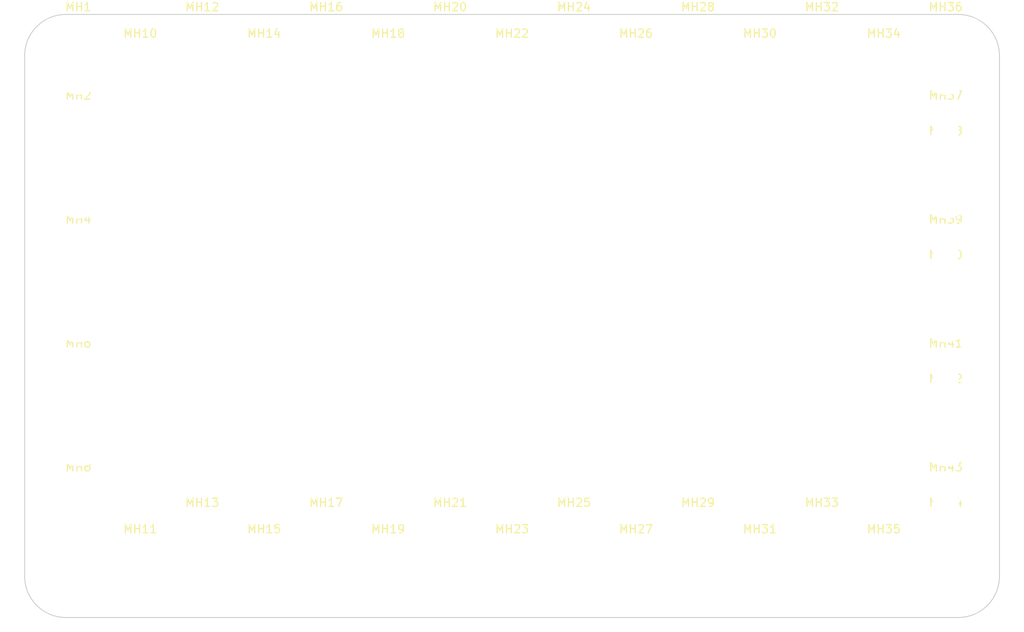
<source format=kicad_pcb>
(kicad_pcb (version 20221018) (generator pcbnew)
  (layers (0 "F.Cu" signal) (31 "B.Cu" signal) (34 "B.Paste" user) (35 "F.Paste" user) (36 "B.SilkS" user "B.Silkscreen") (37 "F.SilkS" user "F.Silkscreen") (38 "B.Mask" user) (39 "F.Mask" user) (44 "Edge.Cuts" user))
  (net 0 "")
  (footprint "MountingHole_6.4mm_M6" (layer "F.Cu") (at -52.5 -30.0)
    (fp_text reference "MH1" (at 0 -7.4) (layer "F.SilkS"))
    (fp_text value "MountingHole_6.4mm_M6")
    (pad "" np_thru_hole circle (at 0 0) (size 6.4 6.4) (drill 6.4) (layers *.Cu *.Mask))
  )
  (footprint "MountingHole_3.2mm_M3" (layer "F.Cu") (at -52.5 -22.5)
    (fp_text reference "MH2" (at 0 -4.2) (layer "F.SilkS"))
    (fp_text value "MountingHole_3.2mm_M3")
    (pad "" np_thru_hole circle (at 0 0) (size 3.2 3.2) (drill 3.2) (layers *.Cu *.Mask))
  )
  (footprint "MountingHole_6.4mm_M6" (layer "F.Cu") (at -52.5 -15.0)
    (fp_text reference "MH3" (at 0 -7.4) (layer "F.SilkS"))
    (fp_text value "MountingHole_6.4mm_M6")
    (pad "" np_thru_hole circle (at 0 0) (size 6.4 6.4) (drill 6.4) (layers *.Cu *.Mask))
  )
  (footprint "MountingHole_3.2mm_M3" (layer "F.Cu") (at -52.5 -7.5)
    (fp_text reference "MH4" (at 0 -4.2) (layer "F.SilkS"))
    (fp_text value "MountingHole_3.2mm_M3")
    (pad "" np_thru_hole circle (at 0 0) (size 3.2 3.2) (drill 3.2) (layers *.Cu *.Mask))
  )
  (footprint "MountingHole_6.4mm_M6" (layer "F.Cu") (at -52.5 0.0)
    (fp_text reference "MH5" (at 0 -7.4) (layer "F.SilkS"))
    (fp_text value "MountingHole_6.4mm_M6")
    (pad "" np_thru_hole circle (at 0 0) (size 6.4 6.4) (drill 6.4) (layers *.Cu *.Mask))
  )
  (footprint "MountingHole_3.2mm_M3" (layer "F.Cu") (at -52.5 7.5)
    (fp_text reference "MH6" (at 0 -4.2) (layer "F.SilkS"))
    (fp_text value "MountingHole_3.2mm_M3")
    (pad "" np_thru_hole circle (at 0 0) (size 3.2 3.2) (drill 3.2) (layers *.Cu *.Mask))
  )
  (footprint "MountingHole_6.4mm_M6" (layer "F.Cu") (at -52.5 15.0)
    (fp_text reference "MH7" (at 0 -7.4) (layer "F.SilkS"))
    (fp_text value "MountingHole_6.4mm_M6")
    (pad "" np_thru_hole circle (at 0 0) (size 6.4 6.4) (drill 6.4) (layers *.Cu *.Mask))
  )
  (footprint "MountingHole_3.2mm_M3" (layer "F.Cu") (at -52.5 22.5)
    (fp_text reference "MH8" (at 0 -4.2) (layer "F.SilkS"))
    (fp_text value "MountingHole_3.2mm_M3")
    (pad "" np_thru_hole circle (at 0 0) (size 3.2 3.2) (drill 3.2) (layers *.Cu *.Mask))
  )
  (footprint "MountingHole_6.4mm_M6" (layer "F.Cu") (at -52.5 30.0)
    (fp_text reference "MH9" (at 0 -7.4) (layer "F.SilkS"))
    (fp_text value "MountingHole_6.4mm_M6")
    (pad "" np_thru_hole circle (at 0 0) (size 6.4 6.4) (drill 6.4) (layers *.Cu *.Mask))
  )
  (footprint "MountingHole_3.2mm_M3" (layer "F.Cu") (at -45.0 -30.0)
    (fp_text reference "MH10" (at 0 -4.2) (layer "F.SilkS"))
    (fp_text value "MountingHole_3.2mm_M3")
    (pad "" np_thru_hole circle (at 0 0) (size 3.2 3.2) (drill 3.2) (layers *.Cu *.Mask))
  )
  (footprint "MountingHole_3.2mm_M3" (layer "F.Cu") (at -45.0 30.0)
    (fp_text reference "MH11" (at 0 -4.2) (layer "F.SilkS"))
    (fp_text value "MountingHole_3.2mm_M3")
    (pad "" np_thru_hole circle (at 0 0) (size 3.2 3.2) (drill 3.2) (layers *.Cu *.Mask))
  )
  (footprint "MountingHole_6.4mm_M6" (layer "F.Cu") (at -37.5 -30.0)
    (fp_text reference "MH12" (at 0 -7.4) (layer "F.SilkS"))
    (fp_text value "MountingHole_6.4mm_M6")
    (pad "" np_thru_hole circle (at 0 0) (size 6.4 6.4) (drill 6.4) (layers *.Cu *.Mask))
  )
  (footprint "MountingHole_6.4mm_M6" (layer "F.Cu") (at -37.5 30.0)
    (fp_text reference "MH13" (at 0 -7.4) (layer "F.SilkS"))
    (fp_text value "MountingHole_6.4mm_M6")
    (pad "" np_thru_hole circle (at 0 0) (size 6.4 6.4) (drill 6.4) (layers *.Cu *.Mask))
  )
  (footprint "MountingHole_3.2mm_M3" (layer "F.Cu") (at -30.0 -30.0)
    (fp_text reference "MH14" (at 0 -4.2) (layer "F.SilkS"))
    (fp_text value "MountingHole_3.2mm_M3")
    (pad "" np_thru_hole circle (at 0 0) (size 3.2 3.2) (drill 3.2) (layers *.Cu *.Mask))
  )
  (footprint "MountingHole_3.2mm_M3" (layer "F.Cu") (at -30.0 30.0)
    (fp_text reference "MH15" (at 0 -4.2) (layer "F.SilkS"))
    (fp_text value "MountingHole_3.2mm_M3")
    (pad "" np_thru_hole circle (at 0 0) (size 3.2 3.2) (drill 3.2) (layers *.Cu *.Mask))
  )
  (footprint "MountingHole_6.4mm_M6" (layer "F.Cu") (at -22.5 -30.0)
    (fp_text reference "MH16" (at 0 -7.4) (layer "F.SilkS"))
    (fp_text value "MountingHole_6.4mm_M6")
    (pad "" np_thru_hole circle (at 0 0) (size 6.4 6.4) (drill 6.4) (layers *.Cu *.Mask))
  )
  (footprint "MountingHole_6.4mm_M6" (layer "F.Cu") (at -22.5 30.0)
    (fp_text reference "MH17" (at 0 -7.4) (layer "F.SilkS"))
    (fp_text value "MountingHole_6.4mm_M6")
    (pad "" np_thru_hole circle (at 0 0) (size 6.4 6.4) (drill 6.4) (layers *.Cu *.Mask))
  )
  (footprint "MountingHole_3.2mm_M3" (layer "F.Cu") (at -15.0 -30.0)
    (fp_text reference "MH18" (at 0 -4.2) (layer "F.SilkS"))
    (fp_text value "MountingHole_3.2mm_M3")
    (pad "" np_thru_hole circle (at 0 0) (size 3.2 3.2) (drill 3.2) (layers *.Cu *.Mask))
  )
  (footprint "MountingHole_3.2mm_M3" (layer "F.Cu") (at -15.0 30.0)
    (fp_text reference "MH19" (at 0 -4.2) (layer "F.SilkS"))
    (fp_text value "MountingHole_3.2mm_M3")
    (pad "" np_thru_hole circle (at 0 0) (size 3.2 3.2) (drill 3.2) (layers *.Cu *.Mask))
  )
  (footprint "MountingHole_6.4mm_M6" (layer "F.Cu") (at -7.5 -30.0)
    (fp_text reference "MH20" (at 0 -7.4) (layer "F.SilkS"))
    (fp_text value "MountingHole_6.4mm_M6")
    (pad "" np_thru_hole circle (at 0 0) (size 6.4 6.4) (drill 6.4) (layers *.Cu *.Mask))
  )
  (footprint "MountingHole_6.4mm_M6" (layer "F.Cu") (at -7.5 30.0)
    (fp_text reference "MH21" (at 0 -7.4) (layer "F.SilkS"))
    (fp_text value "MountingHole_6.4mm_M6")
    (pad "" np_thru_hole circle (at 0 0) (size 6.4 6.4) (drill 6.4) (layers *.Cu *.Mask))
  )
  (footprint "MountingHole_3.2mm_M3" (layer "F.Cu") (at 0.0 -30.0)
    (fp_text reference "MH22" (at 0 -4.2) (layer "F.SilkS"))
    (fp_text value "MountingHole_3.2mm_M3")
    (pad "" np_thru_hole circle (at 0 0) (size 3.2 3.2) (drill 3.2) (layers *.Cu *.Mask))
  )
  (footprint "MountingHole_3.2mm_M3" (layer "F.Cu") (at 0.0 30.0)
    (fp_text reference "MH23" (at 0 -4.2) (layer "F.SilkS"))
    (fp_text value "MountingHole_3.2mm_M3")
    (pad "" np_thru_hole circle (at 0 0) (size 3.2 3.2) (drill 3.2) (layers *.Cu *.Mask))
  )
  (footprint "MountingHole_6.4mm_M6" (layer "F.Cu") (at 7.5 -30.0)
    (fp_text reference "MH24" (at 0 -7.4) (layer "F.SilkS"))
    (fp_text value "MountingHole_6.4mm_M6")
    (pad "" np_thru_hole circle (at 0 0) (size 6.4 6.4) (drill 6.4) (layers *.Cu *.Mask))
  )
  (footprint "MountingHole_6.4mm_M6" (layer "F.Cu") (at 7.5 30.0)
    (fp_text reference "MH25" (at 0 -7.4) (layer "F.SilkS"))
    (fp_text value "MountingHole_6.4mm_M6")
    (pad "" np_thru_hole circle (at 0 0) (size 6.4 6.4) (drill 6.4) (layers *.Cu *.Mask))
  )
  (footprint "MountingHole_3.2mm_M3" (layer "F.Cu") (at 15.0 -30.0)
    (fp_text reference "MH26" (at 0 -4.2) (layer "F.SilkS"))
    (fp_text value "MountingHole_3.2mm_M3")
    (pad "" np_thru_hole circle (at 0 0) (size 3.2 3.2) (drill 3.2) (layers *.Cu *.Mask))
  )
  (footprint "MountingHole_3.2mm_M3" (layer "F.Cu") (at 15.0 30.0)
    (fp_text reference "MH27" (at 0 -4.2) (layer "F.SilkS"))
    (fp_text value "MountingHole_3.2mm_M3")
    (pad "" np_thru_hole circle (at 0 0) (size 3.2 3.2) (drill 3.2) (layers *.Cu *.Mask))
  )
  (footprint "MountingHole_6.4mm_M6" (layer "F.Cu") (at 22.5 -30.0)
    (fp_text reference "MH28" (at 0 -7.4) (layer "F.SilkS"))
    (fp_text value "MountingHole_6.4mm_M6")
    (pad "" np_thru_hole circle (at 0 0) (size 6.4 6.4) (drill 6.4) (layers *.Cu *.Mask))
  )
  (footprint "MountingHole_6.4mm_M6" (layer "F.Cu") (at 22.5 30.0)
    (fp_text reference "MH29" (at 0 -7.4) (layer "F.SilkS"))
    (fp_text value "MountingHole_6.4mm_M6")
    (pad "" np_thru_hole circle (at 0 0) (size 6.4 6.4) (drill 6.4) (layers *.Cu *.Mask))
  )
  (footprint "MountingHole_3.2mm_M3" (layer "F.Cu") (at 30.0 -30.0)
    (fp_text reference "MH30" (at 0 -4.2) (layer "F.SilkS"))
    (fp_text value "MountingHole_3.2mm_M3")
    (pad "" np_thru_hole circle (at 0 0) (size 3.2 3.2) (drill 3.2) (layers *.Cu *.Mask))
  )
  (footprint "MountingHole_3.2mm_M3" (layer "F.Cu") (at 30.0 30.0)
    (fp_text reference "MH31" (at 0 -4.2) (layer "F.SilkS"))
    (fp_text value "MountingHole_3.2mm_M3")
    (pad "" np_thru_hole circle (at 0 0) (size 3.2 3.2) (drill 3.2) (layers *.Cu *.Mask))
  )
  (footprint "MountingHole_6.4mm_M6" (layer "F.Cu") (at 37.5 -30.0)
    (fp_text reference "MH32" (at 0 -7.4) (layer "F.SilkS"))
    (fp_text value "MountingHole_6.4mm_M6")
    (pad "" np_thru_hole circle (at 0 0) (size 6.4 6.4) (drill 6.4) (layers *.Cu *.Mask))
  )
  (footprint "MountingHole_6.4mm_M6" (layer "F.Cu") (at 37.5 30.0)
    (fp_text reference "MH33" (at 0 -7.4) (layer "F.SilkS"))
    (fp_text value "MountingHole_6.4mm_M6")
    (pad "" np_thru_hole circle (at 0 0) (size 6.4 6.4) (drill 6.4) (layers *.Cu *.Mask))
  )
  (footprint "MountingHole_3.2mm_M3" (layer "F.Cu") (at 45.0 -30.0)
    (fp_text reference "MH34" (at 0 -4.2) (layer "F.SilkS"))
    (fp_text value "MountingHole_3.2mm_M3")
    (pad "" np_thru_hole circle (at 0 0) (size 3.2 3.2) (drill 3.2) (layers *.Cu *.Mask))
  )
  (footprint "MountingHole_3.2mm_M3" (layer "F.Cu") (at 45.0 30.0)
    (fp_text reference "MH35" (at 0 -4.2) (layer "F.SilkS"))
    (fp_text value "MountingHole_3.2mm_M3")
    (pad "" np_thru_hole circle (at 0 0) (size 3.2 3.2) (drill 3.2) (layers *.Cu *.Mask))
  )
  (footprint "MountingHole_6.4mm_M6" (layer "F.Cu") (at 52.5 -30.0)
    (fp_text reference "MH36" (at 0 -7.4) (layer "F.SilkS"))
    (fp_text value "MountingHole_6.4mm_M6")
    (pad "" np_thru_hole circle (at 0 0) (size 6.4 6.4) (drill 6.4) (layers *.Cu *.Mask))
  )
  (footprint "MountingHole_3.2mm_M3" (layer "F.Cu") (at 52.5 -22.5)
    (fp_text reference "MH37" (at 0 -4.2) (layer "F.SilkS"))
    (fp_text value "MountingHole_3.2mm_M3")
    (pad "" np_thru_hole circle (at 0 0) (size 3.2 3.2) (drill 3.2) (layers *.Cu *.Mask))
  )
  (footprint "MountingHole_6.4mm_M6" (layer "F.Cu") (at 52.5 -15.0)
    (fp_text reference "MH38" (at 0 -7.4) (layer "F.SilkS"))
    (fp_text value "MountingHole_6.4mm_M6")
    (pad "" np_thru_hole circle (at 0 0) (size 6.4 6.4) (drill 6.4) (layers *.Cu *.Mask))
  )
  (footprint "MountingHole_3.2mm_M3" (layer "F.Cu") (at 52.5 -7.5)
    (fp_text reference "MH39" (at 0 -4.2) (layer "F.SilkS"))
    (fp_text value "MountingHole_3.2mm_M3")
    (pad "" np_thru_hole circle (at 0 0) (size 3.2 3.2) (drill 3.2) (layers *.Cu *.Mask))
  )
  (footprint "MountingHole_6.4mm_M6" (layer "F.Cu") (at 52.5 0.0)
    (fp_text reference "MH40" (at 0 -7.4) (layer "F.SilkS"))
    (fp_text value "MountingHole_6.4mm_M6")
    (pad "" np_thru_hole circle (at 0 0) (size 6.4 6.4) (drill 6.4) (layers *.Cu *.Mask))
  )
  (footprint "MountingHole_3.2mm_M3" (layer "F.Cu") (at 52.5 7.5)
    (fp_text reference "MH41" (at 0 -4.2) (layer "F.SilkS"))
    (fp_text value "MountingHole_3.2mm_M3")
    (pad "" np_thru_hole circle (at 0 0) (size 3.2 3.2) (drill 3.2) (layers *.Cu *.Mask))
  )
  (footprint "MountingHole_6.4mm_M6" (layer "F.Cu") (at 52.5 15.0)
    (fp_text reference "MH42" (at 0 -7.4) (layer "F.SilkS"))
    (fp_text value "MountingHole_6.4mm_M6")
    (pad "" np_thru_hole circle (at 0 0) (size 6.4 6.4) (drill 6.4) (layers *.Cu *.Mask))
  )
  (footprint "MountingHole_3.2mm_M3" (layer "F.Cu") (at 52.5 22.5)
    (fp_text reference "MH43" (at 0 -4.2) (layer "F.SilkS"))
    (fp_text value "MountingHole_3.2mm_M3")
    (pad "" np_thru_hole circle (at 0 0) (size 3.2 3.2) (drill 3.2) (layers *.Cu *.Mask))
  )
  (footprint "MountingHole_6.4mm_M6" (layer "F.Cu") (at 52.5 30.0)
    (fp_text reference "MH44" (at 0 -7.4) (layer "F.SilkS"))
    (fp_text value "MountingHole_6.4mm_M6")
    (pad "" np_thru_hole circle (at 0 0) (size 6.4 6.4) (drill 6.4) (layers *.Cu *.Mask))
  )
  (gr_line (start -54.0 -36.5) (end 54.0 -36.5) (layer "Edge.Cuts") (width 0.12))
  (gr_line (start -54.0 36.5) (end 54.0 36.5) (layer "Edge.Cuts") (width 0.12))
  (gr_line (start -59.0 -31.5) (end -59.0 31.5) (layer "Edge.Cuts") (width 0.12))
  (gr_line (start 59.0 -31.5) (end 59.0 31.5) (layer "Edge.Cuts") (width 0.12))
  (gr_arc (start -59.0 -31.5) (mid -57.53553390593274 -35.03553390593274) (end -54.0 -36.5) (layer "Edge.Cuts") (width 0.12))
  (gr_arc (start 59.0 -31.5) (mid 57.53553390593274 -35.03553390593274) (end 54.0 -36.5) (layer "Edge.Cuts") (width 0.12))
  (gr_arc (start 59.0 31.5) (mid 57.53553390593274 35.03553390593274) (end 54.0 36.5) (layer "Edge.Cuts") (width 0.12))
  (gr_arc (start -59.0 31.5) (mid -57.53553390593274 35.03553390593274) (end -54.0 36.5) (layer "Edge.Cuts") (width 0.12))
)
</source>
